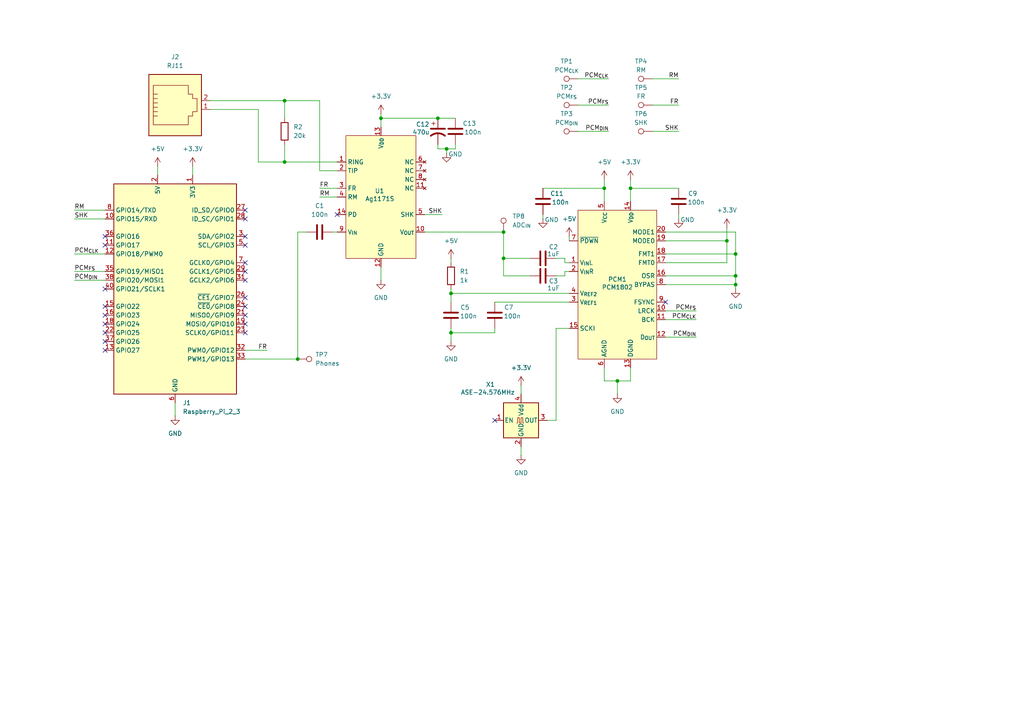
<source format=kicad_sch>
(kicad_sch (version 20231120) (generator "eeschema") (generator_version "8.0")
  (paper "A4")
  (lib_symbols
    (symbol "Audio:PCM1802"
      (property "Reference" "PCM1" (at 0 -6.096 0))
      (property "Value" "PCM1802" (at 0 -8.382 0))
      (symbol "PCM1802_0_1"
        (rectangle (start -11.43 13.97) (end 11.43 -29.21) (fill (type background)))
      )
      (symbol "PCM1802_1_1"
        (pin input line (at -13.97 -1.27 0) (length 2.54) (name "V_{IN}L") (number "1"))
        (pin bidirectional line (at 13.97 -15.24 180) (length 2.54) (name "LRCK") (number "10"))
        (pin bidirectional line (at 13.97 -17.78 180) (length 2.54) (name "BCK") (number "11"))
        (pin output line (at 13.97 -22.86 180) (length 2.54) (name "D_{OUT}") (number "12"))
        (pin power_in line (at 3.81 -31.75 90) (length 2.54) (name "DGND") (number "13"))
        (pin power_in line (at 3.81 16.51 270) (length 2.54) (name "V_{DD}") (number "14"))
        (pin bidirectional line (at -13.97 -20.32 0) (length 2.54) (name "SCKI") (number "15"))
        (pin input line (at 13.97 -5.08 180) (length 2.54) (name "OSR") (number "16"))
        (pin input line (at 13.97 -1.27 180) (length 2.54) (name "FMT0") (number "17"))
        (pin input line (at 13.97 1.27 180) (length 2.54) (name "FMT1") (number "18"))
        (pin input line (at 13.97 5.08 180) (length 2.54) (name "MODE0") (number "19"))
        (pin input line (at -13.97 -3.81 0) (length 2.54) (name "V_{IN}R") (number "2"))
        (pin input line (at 13.97 7.62 180) (length 2.54) (name "MODE1") (number "20"))
        (pin input line (at -13.97 -12.7 0) (length 2.54) (name "V_{REF1}") (number "3"))
        (pin input line (at -13.97 -10.16 0) (length 2.54) (name "V_{REF2}") (number "4"))
        (pin power_in line (at -3.81 16.51 270) (length 2.54) (name "V_{CC}") (number "5"))
        (pin power_in line (at -3.81 -31.75 90) (length 2.54) (name "AGND") (number "6"))
        (pin input line (at -13.97 5.08 0) (length 2.54) (name "~{PDWN}") (number "7"))
        (pin input line (at 13.97 -7.62 180) (length 2.54) (name "BYPAS") (number "8"))
        (pin bidirectional line (at 13.97 -12.7 180) (length 2.54) (name "FSYNC") (number "9"))
      )
    )
    (symbol "Connector:RJ11" (pin_names (offset 1.016))
      (property "Reference" "J" (at -5.08 11.43 0))
      (property "Value" "RJ11" (at 2.54 11.43 0))
      (symbol "RJ11_0_1"
        (polyline (pts (xy -6.35 -1.905) (xy -5.08 -1.905) (xy -5.08 -1.905)))
        (polyline (pts (xy -6.35 -0.635) (xy -5.08 -0.635) (xy -5.08 -0.635)))
        (polyline (pts (xy -6.35 0.635) (xy -5.08 0.635) (xy -5.08 0.635)))
        (polyline (pts (xy -6.35 1.905) (xy -5.08 1.905) (xy -5.08 1.905)))
        (polyline (pts (xy -6.35 3.175) (xy -5.08 3.175) (xy -5.08 3.175)))
        (polyline (pts (xy -5.08 4.445) (xy -6.35 4.445) (xy -6.35 4.445)))
        (polyline (pts (xy -6.35 -4.445) (xy -6.35 6.985) (xy 3.81 6.985) (xy 3.81 4.445) (xy 5.08 4.445) (xy 5.08 3.175) (xy 6.35 3.175) (xy 6.35 -0.635) (xy 5.08 -0.635) (xy 5.08 -1.905) (xy 3.81 -1.905) (xy 3.81 -4.445) (xy -6.35 -4.445) (xy -6.35 -4.445)))
        (rectangle (start 7.62 10.16) (end -7.62 -7.62) (stroke (width 0.254)) (fill (type background)))
      )
      (symbol "RJ11_1_1"
        (pin passive line (at 10.16 0 180) (length 2.54) (name "~") (number "1"))
        (pin passive line (at 10.16 2.54 180) (length 2.54) (name "~") (number "2"))
      )
    )
    (symbol "Connector:Raspberry_Pi_2_3"
      (property "Reference" "J1" (at 2.1941 -33.02 0))
      (property "Value" "Raspberry_Pi_2_3" (at 2.1941 -35.56 0))
      (symbol "Raspberry_Pi_2_3_0_1"
        (rectangle (start -17.78 30.48) (end 17.78 -30.48) (stroke (width 0.254)) (fill (type background)))
      )
      (symbol "Raspberry_Pi_2_3_1_1"
        (pin power_out line (at 5.08 33.02 270) (length 2.54) (name "3V3") (number "1"))
        (pin bidirectional line (at -20.32 20.32 0) (length 2.54) (name "GPIO15/RXD") (number "10"))
        (pin bidirectional line (at -20.32 12.7 0) (length 2.54) (name "GPIO17") (number "11"))
        (pin bidirectional line (at -20.32 10.16 0) (length 2.54) (name "GPIO18/PWM0") (number "12"))
        (pin bidirectional line (at -20.32 -17.78 0) (length 2.54) (name "GPIO27") (number "13"))
        (pin passive line (at 0 -33.02 90) (length 2.54) hide (name "GND") (number "14"))
        (pin bidirectional line (at -20.32 -5.08 0) (length 2.54) (name "GPIO22") (number "15"))
        (pin bidirectional line (at -20.32 -7.62 0) (length 2.54) (name "GPIO23") (number "16"))
        (pin passive line (at 5.08 33.02 270) (length 2.54) hide (name "3V3") (number "17"))
        (pin bidirectional line (at -20.32 -10.16 0) (length 2.54) (name "GPIO24") (number "18"))
        (pin bidirectional line (at 20.32 -10.16 180) (length 2.54) (name "MOSI0/GPIO10") (number "19"))
        (pin power_out line (at -5.08 33.02 270) (length 2.54) (name "5V") (number "2"))
        (pin passive line (at 0 -33.02 90) (length 2.54) hide (name "GND") (number "20"))
        (pin bidirectional line (at 20.32 -7.62 180) (length 2.54) (name "MISO0/GPIO9") (number "21"))
        (pin bidirectional line (at -20.32 -12.7 0) (length 2.54) (name "GPIO25") (number "22"))
        (pin bidirectional line (at 20.32 -12.7 180) (length 2.54) (name "SCLK0/GPIO11") (number "23"))
        (pin bidirectional line (at 20.32 -5.08 180) (length 2.54) (name "~{CE0}/GPIO8") (number "24"))
        (pin passive line (at 0 -33.02 90) (length 2.54) hide (name "GND") (number "25"))
        (pin bidirectional line (at 20.32 -2.54 180) (length 2.54) (name "~{CE1}/GPIO7") (number "26"))
        (pin bidirectional line (at 20.32 22.86 180) (length 2.54) (name "ID_SD/GPIO0") (number "27"))
        (pin bidirectional line (at 20.32 20.32 180) (length 2.54) (name "ID_SC/GPIO1") (number "28"))
        (pin bidirectional line (at 20.32 5.08 180) (length 2.54) (name "GCLK1/GPIO5") (number "29"))
        (pin bidirectional line (at 20.32 15.24 180) (length 2.54) (name "SDA/GPIO2") (number "3"))
        (pin passive line (at 0 -33.02 90) (length 2.54) hide (name "GND") (number "30"))
        (pin bidirectional line (at 20.32 2.54 180) (length 2.54) (name "GCLK2/GPIO6") (number "31"))
        (pin bidirectional line (at 20.32 -17.78 180) (length 2.54) (name "PWM0/GPIO12") (number "32"))
        (pin bidirectional line (at 20.32 -20.32 180) (length 2.54) (name "PWM1/GPIO13") (number "33"))
        (pin passive line (at 0 -33.02 90) (length 2.54) hide (name "GND") (number "34"))
        (pin bidirectional line (at -20.32 5.08 0) (length 2.54) (name "GPIO19/MISO1") (number "35"))
        (pin bidirectional line (at -20.32 15.24 0) (length 2.54) (name "GPIO16") (number "36"))
        (pin bidirectional line (at -20.32 -15.24 0) (length 2.54) (name "GPIO26") (number "37"))
        (pin bidirectional line (at -20.32 2.54 0) (length 2.54) (name "GPIO20/MOSI1") (number "38"))
        (pin passive line (at 0 -33.02 90) (length 2.54) hide (name "GND") (number "39"))
        (pin passive line (at -5.08 33.02 270) (length 2.54) hide (name "5V") (number "4"))
        (pin bidirectional line (at -20.32 0 0) (length 2.54) (name "GPIO21/SCLK1") (number "40"))
        (pin bidirectional line (at 20.32 12.7 180) (length 2.54) (name "SCL/GPIO3") (number "5"))
        (pin power_out line (at 0 -33.02 90) (length 2.54) (name "GND") (number "6"))
        (pin bidirectional line (at 20.32 7.62 180) (length 2.54) (name "GCLK0/GPIO4") (number "7"))
        (pin bidirectional line (at -20.32 22.86 0) (length 2.54) (name "GPIO14/TXD") (number "8"))
        (pin passive line (at 0 -33.02 90) (length 2.54) hide (name "GND") (number "9"))
      )
    )
    (symbol "Connector:TestPoint" (pin_numbers hide) (pin_names (offset 0.762) hide)
      (property "Reference" "TP" (at 0 6.858 0))
      (property "Value" "TestPoint" (at 0 5.08 0))
      (symbol "TestPoint_0_1"
        (circle (center 0 3.302) (radius 0.762))
      )
      (symbol "TestPoint_1_1"
        (pin passive line (at 0 0 90) (length 2.54) (name "1") (number "1"))
      )
    )
    (symbol "Device:C" (pin_numbers hide) (pin_names (offset 0.254))
      (property "Reference" "C" (at 0.635 2.54 0))
      (property "Value" "C" (at 0.635 -2.54 0))
      (symbol "C_0_1"
        (polyline (pts (xy -2.032 -0.762) (xy 2.032 -0.762)) (stroke (width 0.508)))
        (polyline (pts (xy -2.032 0.762) (xy 2.032 0.762)) (stroke (width 0.508)))
      )
      (symbol "C_1_1"
        (pin passive line (at 0 3.81 270) (length 2.794) (name "~") (number "1"))
        (pin passive line (at 0 -3.81 90) (length 2.794) (name "~") (number "2"))
      )
    )
    (symbol "Device:C_Polarized_US" (pin_numbers hide) (pin_names (offset 0.254) hide)
      (property "Reference" "C" (at 0.635 2.54 0))
      (property "Value" "C_Polarized_US" (at 0.635 -2.54 0))
      (symbol "C_Polarized_US_0_1"
        (polyline (pts (xy -2.032 0.762) (xy 2.032 0.762)) (stroke (width 0.508)))
        (polyline (pts (xy -1.778 2.286) (xy -0.762 2.286)))
        (polyline (pts (xy -1.27 1.778) (xy -1.27 2.794)))
        (arc (start 2.032 -1.27) (mid 0 -0.5572) (end -2.032 -1.27) (stroke (width 0.508)))
      )
      (symbol "C_Polarized_US_1_1"
        (pin passive line (at 0 3.81 270) (length 2.794) (name "~") (number "1"))
        (pin passive line (at 0 -3.81 90) (length 3.302) (name "~") (number "2"))
      )
    )
    (symbol "Device:R" (pin_numbers hide) (pin_names (offset 0))
      (property "Reference" "R" (at 2.032 0 90))
      (property "Value" "R" (at 0 0 90))
      (symbol "R_0_1"
        (rectangle (start -1.016 -2.54) (end 1.016 2.54) (stroke (width 0.254)))
      )
      (symbol "R_1_1"
        (pin passive line (at 0 3.81 270) (length 1.27) (name "~") (number "1"))
        (pin passive line (at 0 -3.81 90) (length 1.27) (name "~") (number "2"))
      )
    )
    (symbol "Interface_Telecom:Ag1171"
      (property "Reference" "U1" (at -1.778 1.778 0))
      (property "Value" "Ag1171S" (at -4.572 -0.508 0))
      (symbol "Ag1171_0_1"
        (rectangle (start -10.16 17.78) (end 10.16 -17.78) (fill (type background)))
      )
      (symbol "Ag1171_1_1"
        (pin bidirectional line (at -12.7 10.16 0) (length 2.54) (name "RING") (number "1"))
        (pin output line (at 12.7 -10.16 180) (length 2.54) (name "V_{OUT}") (number "10"))
        (pin no_connect line (at 12.7 2.54 180) (length 2.54) (name "NC") (number "11"))
        (pin power_in line (at 0 -20.32 90) (length 2.54) (name "GND") (number "12"))
        (pin power_in line (at 0 20.32 270) (length 2.54) (name "V_{DD}") (number "13"))
        (pin input line (at -12.7 -5.08 0) (length 2.54) (name "PD") (number "14"))
        (pin bidirectional line (at -12.7 7.62 0) (length 2.54) (name "TIP") (number "2"))
        (pin input line (at -12.7 2.54 0) (length 2.54) (name "FR") (number "3"))
        (pin input line (at -12.7 0 0) (length 2.54) (name "RM") (number "4"))
        (pin output line (at 12.7 -5.08 180) (length 2.54) (name "SHK") (number "5"))
        (pin no_connect line (at 12.7 10.16 180) (length 2.54) (name "NC") (number "6"))
        (pin no_connect line (at 12.7 7.62 180) (length 2.54) (name "NC") (number "7"))
        (pin no_connect line (at 12.7 5.08 180) (length 2.54) (name "NC") (number "8"))
        (pin input line (at -12.7 -10.16 0) (length 2.54) (name "V_{IN}") (number "9"))
      )
    )
    (symbol "Oscillator:ASE-xxxMHz" (pin_names (offset 0.254))
      (property "Reference" "X" (at -5.08 6.35 0))
      (property "Value" "ASE-xxxMHz" (at 1.27 -6.35 0))
      (symbol "ASE-xxxMHz_0_1"
        (rectangle (start -5.08 5.08) (end 5.08 -5.08) (stroke (width 0.254)) (fill (type background)))
        (polyline (pts (xy -1.27 -0.762) (xy -1.016 -0.762) (xy -1.016 0.762) (xy -0.508 0.762) (xy -0.508 -0.762) (xy 0 -0.762) (xy 0 0.762) (xy 0.508 0.762) (xy 0.508 -0.762) (xy 0.762 -0.762)))
      )
      (symbol "ASE-xxxMHz_1_1"
        (pin input line (at -7.62 0 0) (length 2.54) (name "EN") (number "1"))
        (pin power_in line (at 0 -7.62 90) (length 2.54) (name "GND") (number "2"))
        (pin output line (at 7.62 0 180) (length 2.54) (name "OUT") (number "3"))
        (pin power_in line (at 0 7.62 270) (length 2.54) (name "Vdd") (number "4"))
      )
    )
    (symbol "power:+3.3V" (power) (pin_numbers hide) (pin_names (offset 0) hide)
      (property "Value" "+3.3V" (at 0 3.556 0))
      (symbol "+3.3V_0_1"
        (polyline (pts (xy -0.762 1.27) (xy 0 2.54)))
        (polyline (pts (xy 0 0) (xy 0 2.54)))
        (polyline (pts (xy 0 2.54) (xy 0.762 1.27)))
      )
      (symbol "+3.3V_1_1"
        (pin power_in line (at 0 0 90) (length 0) (name "~") (number "1"))
      )
    )
    (symbol "power:+5V" (power) (pin_numbers hide) (pin_names (offset 0) hide)
      (property "Value" "+5V" (at 0 3.556 0))
      (symbol "+5V_0_1"
        (polyline (pts (xy -0.762 1.27) (xy 0 2.54)))
        (polyline (pts (xy 0 0) (xy 0 2.54)))
        (polyline (pts (xy 0 2.54) (xy 0.762 1.27)))
      )
      (symbol "+5V_1_1"
        (pin power_in line (at 0 0 90) (length 0) (name "~") (number "1"))
      )
    )
    (symbol "power:GND" (power) (pin_numbers hide) (pin_names (offset 0) hide)
      (property "Value" "GND" (at 0 -3.81 0))
      (symbol "GND_0_1"
        (polyline (pts (xy 0 0) (xy 0 -1.27) (xy 1.27 -1.27) (xy 0 -2.54) (xy -1.27 -1.27) (xy 0 -1.27)))
      )
      (symbol "GND_1_1"
        (pin power_in line (at 0 0 270) (length 0) (name "~") (number "1"))
      )
    )
  )
  (junction (at 86.36 104.14))
  (junction (at 127 34.29))
  (junction (at 129.54 43.18))
  (junction (at 213.36 80.01))
  (junction (at 179.07 110.49))
  (junction (at 110.49 34.29))
  (junction (at 130.81 85.09))
  (junction (at 130.81 96.52))
  (junction (at 210.82 69.85))
  (junction (at 146.05 74.93))
  (junction (at 175.26 54.61))
  (junction (at 213.36 73.66))
  (junction (at 82.55 46.99))
  (junction (at 146.05 67.31))
  (junction (at 213.36 82.55))
  (junction (at 182.88 54.61))
  (junction (at 82.55 29.21))
  (no_connect (at 71.12 71.12))
  (no_connect (at 97.79 62.23))
  (no_connect (at 30.48 83.82))
  (no_connect (at 71.12 88.9))
  (no_connect (at 71.12 60.96))
  (no_connect (at 30.48 88.9))
  (no_connect (at 30.48 91.44))
  (no_connect (at 30.48 101.6))
  (no_connect (at 30.48 68.58))
  (no_connect (at 71.12 68.58))
  (no_connect (at 143.51 121.92))
  (no_connect (at 71.12 91.44))
  (no_connect (at 71.12 96.52))
  (no_connect (at 30.48 71.12))
  (no_connect (at 71.12 81.28))
  (no_connect (at 71.12 86.36))
  (no_connect (at 71.12 76.2))
  (no_connect (at 30.48 99.06))
  (no_connect (at 71.12 63.5))
  (no_connect (at 71.12 78.74))
  (no_connect (at 30.48 93.98))
  (no_connect (at 30.48 96.52))
  (no_connect (at 193.04 87.63))
  (no_connect (at 71.12 93.98))
  (wire (pts (xy 165.1 68.58) (xy 165.1 69.85)))
  (wire (pts (xy 175.26 106.68) (xy 175.26 110.49)))
  (wire (pts (xy 123.19 67.31) (xy 146.05 67.31)))
  (wire (pts (xy 210.82 69.85) (xy 210.82 76.2)))
  (wire (pts (xy 127 41.91) (xy 127 43.18)))
  (wire (pts (xy 110.49 33.02) (xy 110.49 34.29)))
  (wire (pts (xy 179.07 110.49) (xy 182.88 110.49)))
  (wire (pts (xy 21.59 78.74) (xy 30.48 78.74)))
  (wire (pts (xy 175.26 54.61) (xy 175.26 58.42)))
  (wire (pts (xy 146.05 80.01) (xy 153.67 80.01)))
  (wire (pts (xy 213.36 82.55) (xy 213.36 83.82)))
  (wire (pts (xy 50.8 116.84) (xy 50.8 120.65)))
  (wire (pts (xy 110.49 34.29) (xy 110.49 36.83)))
  (wire (pts (xy 92.71 54.61) (xy 97.79 54.61)))
  (wire (pts (xy 161.29 95.25) (xy 161.29 121.92)))
  (wire (pts (xy 161.29 74.93) (xy 163.83 74.93)))
  (wire (pts (xy 60.96 29.21) (xy 82.55 29.21)))
  (wire (pts (xy 82.55 29.21) (xy 82.55 34.29)))
  (wire (pts (xy 86.36 67.31) (xy 88.9 67.31)))
  (wire (pts (xy 92.71 57.15) (xy 97.79 57.15)))
  (wire (pts (xy 189.23 22.86) (xy 196.85 22.86)))
  (wire (pts (xy 163.83 78.74) (xy 165.1 78.74)))
  (wire (pts (xy 182.88 52.07) (xy 182.88 54.61)))
  (wire (pts (xy 158.75 121.92) (xy 161.29 121.92)))
  (wire (pts (xy 127 34.29) (xy 132.08 34.29)))
  (wire (pts (xy 82.55 41.91) (xy 82.55 46.99)))
  (wire (pts (xy 74.93 31.75) (xy 74.93 46.99)))
  (wire (pts (xy 130.81 96.52) (xy 130.81 99.06)))
  (wire (pts (xy 92.71 29.21) (xy 92.71 49.53)))
  (wire (pts (xy 92.71 49.53) (xy 97.79 49.53)))
  (wire (pts (xy 163.83 80.01) (xy 163.83 78.74)))
  (wire (pts (xy 161.29 95.25) (xy 165.1 95.25)))
  (wire (pts (xy 167.64 38.1) (xy 176.53 38.1)))
  (wire (pts (xy 193.04 73.66) (xy 213.36 73.66)))
  (wire (pts (xy 196.85 63.5) (xy 196.85 62.23)))
  (wire (pts (xy 193.04 97.79) (xy 201.93 97.79)))
  (wire (pts (xy 130.81 85.09) (xy 165.1 85.09)))
  (wire (pts (xy 123.19 62.23) (xy 128.27 62.23)))
  (wire (pts (xy 146.05 67.31) (xy 146.05 74.93)))
  (wire (pts (xy 167.64 30.48) (xy 176.53 30.48)))
  (wire (pts (xy 21.59 60.96) (xy 30.48 60.96)))
  (wire (pts (xy 21.59 63.5) (xy 30.48 63.5)))
  (wire (pts (xy 182.88 54.61) (xy 196.85 54.61)))
  (wire (pts (xy 182.88 54.61) (xy 182.88 58.42)))
  (wire (pts (xy 163.83 76.2) (xy 165.1 76.2)))
  (wire (pts (xy 210.82 66.04) (xy 210.82 69.85)))
  (wire (pts (xy 130.81 96.52) (xy 143.51 96.52)))
  (wire (pts (xy 45.72 48.26) (xy 45.72 50.8)))
  (wire (pts (xy 130.81 87.63) (xy 130.81 85.09)))
  (wire (pts (xy 157.48 54.61) (xy 175.26 54.61)))
  (wire (pts (xy 71.12 101.6) (xy 77.47 101.6)))
  (wire (pts (xy 130.81 83.82) (xy 130.81 85.09)))
  (wire (pts (xy 127 43.18) (xy 129.54 43.18)))
  (wire (pts (xy 55.88 48.26) (xy 55.88 50.8)))
  (wire (pts (xy 193.04 76.2) (xy 210.82 76.2)))
  (wire (pts (xy 175.26 110.49) (xy 179.07 110.49)))
  (wire (pts (xy 182.88 106.68) (xy 182.88 110.49)))
  (wire (pts (xy 193.04 69.85) (xy 210.82 69.85)))
  (wire (pts (xy 129.54 43.18) (xy 132.08 43.18)))
  (wire (pts (xy 193.04 80.01) (xy 213.36 80.01)))
  (wire (pts (xy 82.55 46.99) (xy 97.79 46.99)))
  (wire (pts (xy 213.36 82.55) (xy 213.36 80.01)))
  (wire (pts (xy 193.04 67.31) (xy 213.36 67.31)))
  (wire (pts (xy 146.05 74.93) (xy 153.67 74.93)))
  (wire (pts (xy 189.23 38.1) (xy 196.85 38.1)))
  (wire (pts (xy 213.36 80.01) (xy 213.36 73.66)))
  (wire (pts (xy 157.48 62.23) (xy 157.48 63.5)))
  (wire (pts (xy 175.26 52.07) (xy 175.26 54.61)))
  (wire (pts (xy 21.59 73.66) (xy 30.48 73.66)))
  (wire (pts (xy 167.64 22.86) (xy 176.53 22.86)))
  (wire (pts (xy 82.55 29.21) (xy 92.71 29.21)))
  (wire (pts (xy 143.51 87.63) (xy 165.1 87.63)))
  (wire (pts (xy 151.13 129.54) (xy 151.13 132.08)))
  (wire (pts (xy 193.04 90.17) (xy 201.93 90.17)))
  (wire (pts (xy 129.54 43.18) (xy 129.54 44.45)))
  (wire (pts (xy 74.93 46.99) (xy 82.55 46.99)))
  (wire (pts (xy 86.36 104.14) (xy 86.36 67.31)))
  (wire (pts (xy 161.29 80.01) (xy 163.83 80.01)))
  (wire (pts (xy 179.07 114.3) (xy 179.07 110.49)))
  (wire (pts (xy 60.96 31.75) (xy 74.93 31.75)))
  (wire (pts (xy 151.13 111.76) (xy 151.13 114.3)))
  (wire (pts (xy 71.12 104.14) (xy 86.36 104.14)))
  (wire (pts (xy 146.05 80.01) (xy 146.05 74.93)))
  (wire (pts (xy 21.59 81.28) (xy 30.48 81.28)))
  (wire (pts (xy 130.81 74.93) (xy 130.81 76.2)))
  (wire (pts (xy 213.36 73.66) (xy 213.36 67.31)))
  (wire (pts (xy 193.04 92.71) (xy 201.93 92.71)))
  (wire (pts (xy 96.52 67.31) (xy 97.79 67.31)))
  (wire (pts (xy 163.83 74.93) (xy 163.83 76.2)))
  (wire (pts (xy 110.49 77.47) (xy 110.49 81.28)))
  (wire (pts (xy 193.04 82.55) (xy 213.36 82.55)))
  (wire (pts (xy 110.49 34.29) (xy 127 34.29)))
  (wire (pts (xy 143.51 96.52) (xy 143.51 95.25)))
  (wire (pts (xy 189.23 30.48) (xy 196.85 30.48)))
  (wire (pts (xy 130.81 96.52) (xy 130.81 95.25)))
  (wire (pts (xy 132.08 43.18) (xy 132.08 41.91)))
  (label "FR" (at 77.47 101.6 180))
  (label "PCM_{CLK}" (at 21.59 73.66 0))
  (label "PCM_{DIN}" (at 176.53 38.1 180))
  (label "PCM_{FS}" (at 21.59 78.74 0))
  (label "SHK" (at 128.27 62.23 180))
  (label "FR" (at 92.71 54.61 0))
  (label "FR" (at 196.85 30.48 180))
  (label "PCM_{CLK}" (at 201.93 92.71 180))
  (label "RM" (at 196.85 22.86 180))
  (label "RM" (at 21.59 60.96 0))
  (label "PCM_{FS}" (at 176.53 30.48 180))
  (label "SHK" (at 196.85 38.1 180))
  (label "PCM_{FS}" (at 201.93 90.17 180))
  (label "SHK" (at 21.59 63.5 0))
  (label "PCM_{DIN}" (at 201.93 97.79 180))
  (label "PCM_{CLK}" (at 176.53 22.86 180))
  (label "RM" (at 92.71 57.15 0))
  (label "PCM_{DIN}" (at 21.59 81.28 0))
  (symbol (lib_id "power:+3.3V") (at 55.88 48.26 0) (unit 1)
    (property "Reference" "#PWR02" (effects (hide yes)))
    (property "Value" "+3.3V" (at 55.88 43.18 0))
    (property "Description" "Power symbol creates a global label with name \"+3.3V\"" (effects (hide yes)))
  )
  (symbol (lib_id "power:+3.3V") (at 210.82 66.04 0) (unit 1)
    (property "Reference" "#PWR013" (effects (hide yes)))
    (property "Value" "+3.3V" (at 210.82 60.96 0))
    (property "Description" "Power symbol creates a global label with name \"+3.3V\"" (effects (hide yes)))
  )
  (symbol (lib_id "power:GND") (at 213.36 83.82 0) (unit 1)
    (property "Reference" "#PWR014" (effects (hide yes)))
    (property "Value" "GND" (at 213.36 88.9 0))
    (property "Description" "Power symbol creates a global label with name \"GND\" , ground" (effects (hide yes)))
  )
  (symbol (lib_id "Audio:PCM1802") (at 179.07 74.93 0) (unit 1)
    (property "Reference" "PCM1" (at 179.07 81.026 0))
    (property "Value" "PCM1802" (at 179.07 83.312 0))
    (property "Footprint" "Package_SO:SSOP-20_5.3x7.2mm_P0.65mm" (effects (hide yes)))
    (property "Datasheet" "https://www.ti.com/lit/ds/symlink/pcm1802.pdf" (effects (hide yes)))
    (property "Description" "Single-Ended Analog-Input 24-Bit, 96-kHz Stereo A/D Converter" (effects (hide yes)))
  )
  (symbol (lib_id "Connector:TestPoint") (at 167.64 30.48 90) (unit 1)
    (property "Reference" "TP2" (at 164.338 25.4 90))
    (property "Value" "PCM_{FS}" (at 164.338 27.94 90))
    (property "Description" "test point" (effects (hide yes)))
  )
  (symbol (lib_id "Device:C") (at 157.48 58.42 180) (unit 1)
    (property "Reference" "C11" (at 161.544 56.134 0))
    (property "Value" "100n" (at 162.56 58.674 0))
    (property "Description" "Unpolarized capacitor" (effects (hide yes)))
  )
  (symbol (lib_id "Connector:TestPoint") (at 146.05 67.31 0) (unit 1)
    (property "Reference" "TP8" (at 148.59 62.7379 0) (effects (justify left)))
    (property "Value" "ADC_{IN}" (at 148.59 65.2779 0) (effects (justify left)))
    (property "Description" "test point" (effects (hide yes)))
  )
  (symbol (lib_id "power:GND") (at 50.8 120.65 0) (unit 1)
    (property "Reference" "#PWR03" (effects (hide yes)))
    (property "Value" "GND" (at 50.8 125.73 0))
    (property "Description" "Power symbol creates a global label with name \"GND\" , ground" (effects (hide yes)))
  )
  (symbol (lib_id "Oscillator:ASE-xxxMHz") (at 151.13 121.92 0) (unit 1)
    (property "Reference" "X1" (at 142.24 111.506 0))
    (property "Value" "ASE-24.576MHz" (at 141.478 113.792 0))
    (property "Footprint" "Oscillator:Oscillator_SMD_Abracon_ASE-4Pin_3.2x2.5mm" (effects (hide yes)))
    (property "Datasheet" "http://www.abracon.com/Oscillators/ASV.pdf" (effects (hide yes)))
    (property "Description" "3.3V CMOS SMD Crystal Clock Oscillator, Abracon" (effects (hide yes)))
  )
  (symbol (lib_id "Connector:TestPoint") (at 167.64 38.1 90) (unit 1)
    (property "Reference" "TP3" (at 164.338 33.02 90))
    (property "Value" "PCM_{DIN}" (at 164.338 35.56 90))
    (property "Description" "test point" (effects (hide yes)))
  )
  (symbol (lib_id "Connector:RJ11") (at 50.8 31.75 0) (unit 1)
    (property "Reference" "J2" (at 50.8 16.51 0))
    (property "Value" "RJ11" (at 50.8 19.05 0))
    (property "Description" "RJ connector, 6P2C (6 positions 2 connected)" (effects (hide yes)))
  )
  (symbol (lib_id "Device:C") (at 92.71 67.31 90) (unit 1)
    (property "Reference" "C1" (at 92.71 59.69 90))
    (property "Value" "100n" (at 92.71 62.23 90))
    (property "Description" "Unpolarized capacitor" (effects (hide yes)))
  )
  (symbol (lib_id "power:+3.3V") (at 151.13 111.76 0) (unit 1)
    (property "Reference" "#PWR08" (effects (hide yes)))
    (property "Value" "+3.3V" (at 151.13 106.68 0))
    (property "Description" "Power symbol creates a global label with name \"+3.3V\"" (effects (hide yes)))
  )
  (symbol (lib_id "Connector:TestPoint") (at 189.23 30.48 90) (unit 1)
    (property "Reference" "TP5" (at 185.928 25.4 90))
    (property "Value" "FR" (at 185.928 27.94 90))
    (property "Description" "test point" (effects (hide yes)))
  )
  (symbol (lib_id "Device:C") (at 157.48 80.01 90) (unit 1)
    (property "Reference" "C3" (at 160.528 81.534 90))
    (property "Value" "1uF" (at 160.528 83.566 90))
    (property "Description" "Unpolarized capacitor" (effects (hide yes)))
  )
  (symbol (lib_id "power:GND") (at 130.81 99.06 0) (unit 1)
    (property "Reference" "#PWR015" (effects (hide yes)))
    (property "Value" "GND" (at 130.81 104.14 0))
    (property "Description" "Power symbol creates a global label with name \"GND\" , ground" (effects (hide yes)))
  )
  (symbol (lib_id "Device:C") (at 132.08 38.1 180) (unit 1)
    (property "Reference" "C13" (at 136.144 35.814 0))
    (property "Value" "100n" (at 137.16 38.354 0))
    (property "Description" "Unpolarized capacitor" (effects (hide yes)))
  )
  (symbol (lib_id "power:+5V") (at 165.1 68.58 0) (unit 1)
    (property "Reference" "#PWR017" (effects (hide yes)))
    (property "Value" "+5V" (at 165.1 63.5 0))
    (property "Description" "Power symbol creates a global label with name \"+5V\"" (effects (hide yes)))
  )
  (symbol (lib_id "Device:C") (at 157.48 74.93 90) (unit 1)
    (property "Reference" "C2" (at 160.528 71.628 90))
    (property "Value" "1uF" (at 160.528 73.66 90))
    (property "Description" "Unpolarized capacitor" (effects (hide yes)))
  )
  (symbol (lib_id "power:GND") (at 129.54 44.45 0) (unit 1)
    (property "Reference" "#PWR018" (effects (hide yes)))
    (property "Value" "GND" (at 132.08 44.704 0))
    (property "Description" "Power symbol creates a global label with name \"GND\" , ground" (effects (hide yes)))
  )
  (symbol (lib_id "Device:R") (at 82.55 38.1 0) (unit 1)
    (property "Reference" "R2" (at 85.09 36.8299 0) (effects (justify left)))
    (property "Value" "20k" (at 85.09 39.3699 0) (effects (justify left)))
    (property "Description" "Resistor" (effects (hide yes)))
  )
  (symbol (lib_id "Connector:TestPoint") (at 86.36 104.14 270) (unit 1)
    (property "Reference" "TP7" (at 91.44 102.8699 90) (effects (justify left)))
    (property "Value" "Phones" (at 91.44 105.4099 90) (effects (justify left)))
    (property "Description" "test point" (effects (hide yes)))
  )
  (symbol (lib_id "Device:C") (at 130.81 91.44 180) (unit 1)
    (property "Reference" "C5" (at 134.874 89.154 0))
    (property "Value" "100n" (at 135.89 91.694 0))
    (property "Description" "Unpolarized capacitor" (effects (hide yes)))
  )
  (symbol (lib_id "power:+5V") (at 175.26 52.07 0) (unit 1)
    (property "Reference" "#PWR04" (effects (hide yes)))
    (property "Value" "+5V" (at 175.26 46.99 0))
    (property "Description" "Power symbol creates a global label with name \"+5V\"" (effects (hide yes)))
  )
  (symbol (lib_id "Device:C_Polarized_US") (at 127 38.1 0) (unit 1)
    (property "Reference" "C12" (at 120.65 36.068 0) (effects (justify left)))
    (property "Value" "470u" (at 119.634 38.354 0) (effects (justify left)))
    (property "Description" "Polarized capacitor, US symbol" (effects (hide yes)))
  )
  (symbol (lib_id "Device:R") (at 130.81 80.01 0) (unit 1)
    (property "Reference" "R1" (at 133.35 78.7399 0) (effects (justify left)))
    (property "Value" "1k" (at 133.35 81.2799 0) (effects (justify left)))
    (property "Description" "Resistor" (effects (hide yes)))
  )
  (symbol (lib_id "Connector:TestPoint") (at 167.64 22.86 90) (unit 1)
    (property "Reference" "TP1" (at 164.338 17.78 90))
    (property "Value" "PCM_{CLK}" (at 164.338 20.32 90))
    (property "Description" "test point" (effects (hide yes)))
  )
  (symbol (lib_id "Connector:TestPoint") (at 189.23 38.1 90) (unit 1)
    (property "Reference" "TP6" (at 185.928 33.02 90))
    (property "Value" "SHK" (at 185.928 35.56 90))
    (property "Description" "test point" (effects (hide yes)))
  )
  (symbol (lib_id "power:GND") (at 196.85 63.5 0) (unit 1)
    (property "Reference" "#PWR012" (effects (hide yes)))
    (property "Value" "GND" (at 199.39 63.754 0))
    (property "Description" "Power symbol creates a global label with name \"GND\" , ground" (effects (hide yes)))
  )
  (symbol (lib_id "power:+5V") (at 130.81 74.93 0) (unit 1)
    (property "Reference" "#PWR011" (effects (hide yes)))
    (property "Value" "+5V" (at 130.81 69.85 0))
    (property "Description" "Power symbol creates a global label with name \"+5V\"" (effects (hide yes)))
  )
  (symbol (lib_id "power:GND") (at 179.07 114.3 0) (unit 1)
    (property "Reference" "#PWR05" (effects (hide yes)))
    (property "Value" "GND" (at 179.07 119.38 0))
    (property "Description" "Power symbol creates a global label with name \"GND\" , ground" (effects (hide yes)))
  )
  (symbol (lib_id "power:GND") (at 110.49 81.28 0) (unit 1)
    (property "Reference" "#PWR010" (effects (hide yes)))
    (property "Value" "GND" (at 110.49 86.36 0))
    (property "Description" "Power symbol creates a global label with name \"GND\" , ground" (effects (hide yes)))
  )
  (symbol (lib_id "Device:C") (at 196.85 58.42 180) (unit 1)
    (property "Reference" "C9" (at 200.914 56.134 0))
    (property "Value" "100n" (at 201.93 58.674 0))
    (property "Description" "Unpolarized capacitor" (effects (hide yes)))
  )
  (symbol (lib_id "power:GND") (at 151.13 132.08 0) (unit 1)
    (property "Reference" "#PWR07" (effects (hide yes)))
    (property "Value" "GND" (at 151.13 137.16 0))
    (property "Description" "Power symbol creates a global label with name \"GND\" , ground" (effects (hide yes)))
  )
  (symbol (lib_id "power:+5V") (at 45.72 48.26 0) (unit 1)
    (property "Reference" "#PWR01" (effects (hide yes)))
    (property "Value" "+5V" (at 45.72 43.18 0))
    (property "Description" "Power symbol creates a global label with name \"+5V\"" (effects (hide yes)))
  )
  (symbol (lib_id "power:+3.3V") (at 182.88 52.07 0) (unit 1)
    (property "Reference" "#PWR06" (effects (hide yes)))
    (property "Value" "+3.3V" (at 182.88 46.99 0))
    (property "Description" "Power symbol creates a global label with name \"+3.3V\"" (effects (hide yes)))
  )
  (symbol (lib_id "Connector:TestPoint") (at 189.23 22.86 90) (unit 1)
    (property "Reference" "TP4" (at 185.928 17.78 90))
    (property "Value" "RM" (at 185.928 20.32 90))
    (property "Description" "test point" (effects (hide yes)))
  )
  (symbol (lib_id "power:+3.3V") (at 110.49 33.02 0) (unit 1)
    (property "Reference" "#PWR09" (effects (hide yes)))
    (property "Value" "+3.3V" (at 110.49 27.94 0))
    (property "Description" "Power symbol creates a global label with name \"+3.3V\"" (effects (hide yes)))
  )
  (symbol (lib_id "Interface_Telecom:Ag1171") (at 110.49 57.15 0) (unit 1)
    (property "Reference" "U1" (at 108.712 55.372 0) (effects (justify left)))
    (property "Value" "Ag1171S" (at 105.918 57.658 0) (effects (justify left)))
    (property "Footprint" "Connector_PinSocket_2.54mm:PinSocket_1x18_P2.54mm_Vertical" (effects (hide yes)))
    (property "Datasheet" "https://www.silvertel.com/images/datasheets/Ag1171-datasheet-Low-cost-ringing-SLIC-with-single-supply.pdf" (effects (hide yes)))
    (property "Description" "+3.3V / +5.0V Low Power Ringing SLIC" (effects (hide yes)))
  )
  (symbol (lib_id "Device:C") (at 143.51 91.44 180) (unit 1)
    (property "Reference" "C7" (at 147.574 89.154 0))
    (property "Value" "100n" (at 148.59 91.694 0))
    (property "Description" "Unpolarized capacitor" (effects (hide yes)))
  )
  (symbol (lib_id "Connector:Raspberry_Pi_2_3") (at 50.8 83.82 0) (unit 1)
    (property "Reference" "J1" (at 52.9941 116.84 0) (effects (justify left)))
    (property "Value" "Raspberry_Pi_2_3" (at 52.9941 119.38 0) (effects (justify left)))
    (property "Footprint" "Connector_PinHeader_2.54mm:PinHeader_2x20_P2.54mm_Vertical" (effects (hide yes)))
    (property "Datasheet" "https://www.raspberrypi.org/documentation/hardware/raspberrypi/schematics/rpi_SCH_3bplus_1p0_reduced.pdf" (effects (hide yes)))
    (property "Description" "expansion header for Raspberry Pi 2 & 3" (effects (hide yes)))
  )
  (symbol (lib_id "power:GND") (at 157.48 63.5 0) (unit 1)
    (property "Reference" "#PWR016" (effects (hide yes)))
    (property "Value" "GND" (at 160.02 63.754 0))
    (property "Description" "Power symbol creates a global label with name \"GND\" , ground" (effects (hide yes)))
  )
)
</source>
